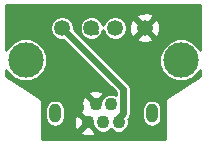
<source format=gbr>
G04 #@! TF.FileFunction,Copper,L1,Top,Signal*
%FSLAX46Y46*%
G04 Gerber Fmt 4.6, Leading zero omitted, Abs format (unit mm)*
G04 Created by KiCad (PCBNEW (2015-07-04 BZR 5884, Git c1bbf3e)-product) date 31/12/2015 2:34:29 PM*
%MOMM*%
G01*
G04 APERTURE LIST*
%ADD10C,0.100000*%
%ADD11C,1.350000*%
%ADD12C,3.000000*%
%ADD13O,1.000000X1.600000*%
%ADD14C,1.100000*%
%ADD15C,0.600000*%
%ADD16C,0.400000*%
%ADD17C,0.254000*%
G04 APERTURE END LIST*
D10*
D11*
X153500000Y-92780000D03*
X146500000Y-92780000D03*
X149000000Y-92780000D03*
D12*
X156570000Y-95490000D03*
D11*
X151000000Y-92780000D03*
D12*
X143430000Y-95490000D03*
D13*
X154100000Y-100000000D03*
D14*
X151300000Y-100775000D03*
X150000000Y-100775000D03*
X150650000Y-99225000D03*
X149350000Y-99225000D03*
X148700000Y-100775000D03*
D13*
X145900000Y-100000000D03*
D15*
X151300000Y-100775000D02*
X151300000Y-100421000D01*
X151300000Y-100421000D02*
X151700001Y-100020999D01*
X151700001Y-100020999D02*
X151700001Y-97980001D01*
X151700001Y-97980001D02*
X147174999Y-93454999D01*
X147174999Y-93454999D02*
X146500000Y-92780000D01*
D16*
X149350000Y-93130000D02*
X149000000Y-92780000D01*
D17*
G36*
X158193000Y-94633699D02*
X158119758Y-94456440D01*
X157606264Y-93942048D01*
X156935007Y-93663318D01*
X156208182Y-93662684D01*
X155536440Y-93940242D01*
X155022048Y-94453736D01*
X154743318Y-95124993D01*
X154742684Y-95851818D01*
X155020242Y-96523560D01*
X155533736Y-97037952D01*
X156204993Y-97316682D01*
X156931818Y-97317316D01*
X157603560Y-97039758D01*
X158117952Y-96526264D01*
X158193000Y-96345528D01*
X158193000Y-96835699D01*
X155329707Y-98744561D01*
X155308193Y-98766030D01*
X155282918Y-98782918D01*
X155266207Y-98807927D01*
X155244917Y-98829173D01*
X155233255Y-98857244D01*
X155216369Y-98882516D01*
X155210502Y-98912013D01*
X155198961Y-98939792D01*
X155198929Y-98970191D01*
X155193000Y-99000000D01*
X155193000Y-102193000D01*
X144807000Y-102193000D01*
X144807000Y-101601433D01*
X148053172Y-101601433D01*
X148096508Y-101821701D01*
X148543001Y-101972972D01*
X149013396Y-101941863D01*
X149303492Y-101821701D01*
X149346828Y-101601433D01*
X148700000Y-100954605D01*
X148053172Y-101601433D01*
X144807000Y-101601433D01*
X144807000Y-101378492D01*
X147653299Y-101378492D01*
X147873567Y-101421828D01*
X148520395Y-100775000D01*
X147873567Y-100128172D01*
X147653299Y-100171508D01*
X146727000Y-100171508D01*
X146727000Y-99677921D01*
X146664048Y-99361442D01*
X146484777Y-99093144D01*
X146216479Y-98913873D01*
X145900000Y-98850921D01*
X145583521Y-98913873D01*
X145315223Y-99093144D01*
X145135952Y-99361442D01*
X145073000Y-99677921D01*
X145073000Y-100322079D01*
X145135952Y-100638558D01*
X145315223Y-100906856D01*
X145583521Y-101086127D01*
X145900000Y-101149079D01*
X146216479Y-101086127D01*
X146484777Y-100906856D01*
X146664048Y-100638558D01*
X146727000Y-100322079D01*
X146727000Y-100171508D01*
X147653299Y-100171508D01*
X146727000Y-100171508D01*
X146727000Y-100171508D01*
X147653299Y-100171508D01*
X147502028Y-100618001D01*
X147533137Y-101088396D01*
X147653299Y-101378492D01*
X144807000Y-101378492D01*
X144807000Y-99000000D01*
X144801070Y-98970186D01*
X144801038Y-98939792D01*
X144789499Y-98912016D01*
X144783631Y-98882516D01*
X144766744Y-98857243D01*
X144755083Y-98829173D01*
X144733792Y-98807927D01*
X144717082Y-98782918D01*
X144691809Y-98766031D01*
X144670293Y-98744560D01*
X143640658Y-98058137D01*
X149036604Y-98058137D01*
X148746508Y-98178299D01*
X148703172Y-98398567D01*
X149350000Y-99045395D01*
X149996828Y-98398567D01*
X149953492Y-98178299D01*
X149506999Y-98027028D01*
X149036604Y-98058137D01*
X143640658Y-98058137D01*
X141807000Y-96835699D01*
X141807000Y-96346301D01*
X141880242Y-96523560D01*
X142393736Y-97037952D01*
X143064993Y-97316682D01*
X143791818Y-97317316D01*
X144463560Y-97039758D01*
X144977952Y-96526264D01*
X145256682Y-95855007D01*
X145257316Y-95128182D01*
X144979758Y-94456440D01*
X144466264Y-93942048D01*
X143795007Y-93663318D01*
X143068182Y-93662684D01*
X142396440Y-93940242D01*
X141882048Y-94453736D01*
X141807000Y-94634472D01*
X141807000Y-91930051D01*
X145933154Y-91930051D01*
X145651041Y-92211672D01*
X145498175Y-92579816D01*
X145497827Y-92978436D01*
X145650051Y-93346846D01*
X145931672Y-93628959D01*
X146299816Y-93781825D01*
X146615388Y-93782100D01*
X151073001Y-98239713D01*
X151073001Y-98451044D01*
X150825211Y-98348153D01*
X150476319Y-98347849D01*
X150153869Y-98481082D01*
X149906949Y-98727571D01*
X149821678Y-98932927D01*
X149529605Y-99225000D01*
X149543748Y-99239143D01*
X149364143Y-99418748D01*
X149350000Y-99404605D01*
X149335858Y-99418748D01*
X149156253Y-99239143D01*
X149170395Y-99225000D01*
X148523567Y-98578172D01*
X148303299Y-98621508D01*
X148152028Y-99068001D01*
X148183137Y-99538396D01*
X148237591Y-99669860D01*
X148096508Y-99728299D01*
X148053172Y-99948567D01*
X148700000Y-100595395D01*
X148714143Y-100581253D01*
X148893748Y-100760858D01*
X148879605Y-100775000D01*
X149171830Y-101067225D01*
X149256082Y-101271131D01*
X149502571Y-101518051D01*
X149824789Y-101651847D01*
X150173681Y-101652151D01*
X150496131Y-101518918D01*
X150650052Y-101365265D01*
X150802571Y-101518051D01*
X151124789Y-101651847D01*
X151473681Y-101652151D01*
X151796131Y-101518918D01*
X152043051Y-101272429D01*
X152176847Y-100950211D01*
X152177151Y-100601319D01*
X152127225Y-100480487D01*
X152143357Y-100464355D01*
X152279274Y-100260941D01*
X152327001Y-100020999D01*
X152327001Y-98913873D01*
X153783521Y-98913873D01*
X153515223Y-99093144D01*
X153335952Y-99361442D01*
X153273000Y-99677921D01*
X153273000Y-100322079D01*
X153335952Y-100638558D01*
X153515223Y-100906856D01*
X153783521Y-101086127D01*
X154100000Y-101149079D01*
X154416479Y-101086127D01*
X154684777Y-100906856D01*
X154864048Y-100638558D01*
X154927000Y-100322079D01*
X154927000Y-99677921D01*
X154864048Y-99361442D01*
X154684777Y-99093144D01*
X154416479Y-98913873D01*
X154100000Y-98850921D01*
X153783521Y-98913873D01*
X152327001Y-98913873D01*
X152327001Y-97980001D01*
X152279273Y-97740058D01*
X152143357Y-97536645D01*
X148537040Y-93930328D01*
X152821219Y-93930328D01*
X153313100Y-94102522D01*
X153833434Y-94073375D01*
X154178781Y-93930328D01*
X154237542Y-93697147D01*
X153500000Y-92959605D01*
X152762458Y-93697147D01*
X151404214Y-93697147D01*
X151566846Y-93629949D01*
X151848959Y-93348328D01*
X152001825Y-92980184D01*
X152002173Y-92581564D01*
X151849949Y-92213154D01*
X151738210Y-92101219D01*
X152349672Y-92101219D01*
X152177478Y-92593100D01*
X152206625Y-93113434D01*
X152349672Y-93458781D01*
X152582853Y-93517542D01*
X153320395Y-92780000D01*
X153679605Y-92780000D01*
X154417147Y-93517542D01*
X154650328Y-93458781D01*
X154822522Y-92966900D01*
X154793375Y-92446566D01*
X154650328Y-92101219D01*
X154417147Y-92042458D01*
X153679605Y-92780000D01*
X153320395Y-92780000D01*
X153320395Y-92780000D01*
X152582853Y-92042458D01*
X152349672Y-92101219D01*
X151738210Y-92101219D01*
X151568328Y-91931041D01*
X151200184Y-91778175D01*
X150801564Y-91777827D01*
X150433154Y-91930051D01*
X150151041Y-92211672D01*
X149999817Y-92575862D01*
X149849949Y-92213154D01*
X149568328Y-91931041D01*
X149200184Y-91778175D01*
X148801564Y-91777827D01*
X148433154Y-91930051D01*
X148151041Y-92211672D01*
X147998175Y-92579816D01*
X147997827Y-92978436D01*
X148150051Y-93346846D01*
X148431672Y-93628959D01*
X148799816Y-93781825D01*
X149198436Y-93782173D01*
X149566846Y-93629949D01*
X149637138Y-93559780D01*
X149722645Y-93502645D01*
X149779281Y-93417885D01*
X149848959Y-93348328D01*
X150000183Y-92984138D01*
X150150051Y-93346846D01*
X150431672Y-93628959D01*
X150799816Y-93781825D01*
X151198436Y-93782173D01*
X151404214Y-93697147D01*
X152762458Y-93697147D01*
X151404214Y-93697147D01*
X151404214Y-93697147D01*
X152762458Y-93697147D01*
X152821219Y-93930328D01*
X148537040Y-93930328D01*
X147501899Y-92895187D01*
X147502173Y-92581564D01*
X147349949Y-92213154D01*
X147068328Y-91931041D01*
X146700184Y-91778175D01*
X146301564Y-91777827D01*
X145933154Y-91930051D01*
X141807000Y-91930051D01*
X141807000Y-91486625D01*
X153166566Y-91486625D01*
X152821219Y-91629672D01*
X152762458Y-91862853D01*
X153500000Y-92600395D01*
X154237542Y-91862853D01*
X154178781Y-91629672D01*
X153686900Y-91457478D01*
X153166566Y-91486625D01*
X141807000Y-91486625D01*
X141807000Y-90807000D01*
X158193000Y-90807000D01*
X158193000Y-94633699D01*
X158193000Y-94633699D01*
G37*
X158193000Y-94633699D02*
X158119758Y-94456440D01*
X157606264Y-93942048D01*
X156935007Y-93663318D01*
X156208182Y-93662684D01*
X155536440Y-93940242D01*
X155022048Y-94453736D01*
X154743318Y-95124993D01*
X154742684Y-95851818D01*
X155020242Y-96523560D01*
X155533736Y-97037952D01*
X156204993Y-97316682D01*
X156931818Y-97317316D01*
X157603560Y-97039758D01*
X158117952Y-96526264D01*
X158193000Y-96345528D01*
X158193000Y-96835699D01*
X155329707Y-98744561D01*
X155308193Y-98766030D01*
X155282918Y-98782918D01*
X155266207Y-98807927D01*
X155244917Y-98829173D01*
X155233255Y-98857244D01*
X155216369Y-98882516D01*
X155210502Y-98912013D01*
X155198961Y-98939792D01*
X155198929Y-98970191D01*
X155193000Y-99000000D01*
X155193000Y-102193000D01*
X144807000Y-102193000D01*
X144807000Y-101601433D01*
X148053172Y-101601433D01*
X148096508Y-101821701D01*
X148543001Y-101972972D01*
X149013396Y-101941863D01*
X149303492Y-101821701D01*
X149346828Y-101601433D01*
X148700000Y-100954605D01*
X148053172Y-101601433D01*
X144807000Y-101601433D01*
X144807000Y-101378492D01*
X147653299Y-101378492D01*
X147873567Y-101421828D01*
X148520395Y-100775000D01*
X147873567Y-100128172D01*
X147653299Y-100171508D01*
X146727000Y-100171508D01*
X146727000Y-99677921D01*
X146664048Y-99361442D01*
X146484777Y-99093144D01*
X146216479Y-98913873D01*
X145900000Y-98850921D01*
X145583521Y-98913873D01*
X145315223Y-99093144D01*
X145135952Y-99361442D01*
X145073000Y-99677921D01*
X145073000Y-100322079D01*
X145135952Y-100638558D01*
X145315223Y-100906856D01*
X145583521Y-101086127D01*
X145900000Y-101149079D01*
X146216479Y-101086127D01*
X146484777Y-100906856D01*
X146664048Y-100638558D01*
X146727000Y-100322079D01*
X146727000Y-100171508D01*
X147653299Y-100171508D01*
X146727000Y-100171508D01*
X146727000Y-100171508D01*
X147653299Y-100171508D01*
X147502028Y-100618001D01*
X147533137Y-101088396D01*
X147653299Y-101378492D01*
X144807000Y-101378492D01*
X144807000Y-99000000D01*
X144801070Y-98970186D01*
X144801038Y-98939792D01*
X144789499Y-98912016D01*
X144783631Y-98882516D01*
X144766744Y-98857243D01*
X144755083Y-98829173D01*
X144733792Y-98807927D01*
X144717082Y-98782918D01*
X144691809Y-98766031D01*
X144670293Y-98744560D01*
X143640658Y-98058137D01*
X149036604Y-98058137D01*
X148746508Y-98178299D01*
X148703172Y-98398567D01*
X149350000Y-99045395D01*
X149996828Y-98398567D01*
X149953492Y-98178299D01*
X149506999Y-98027028D01*
X149036604Y-98058137D01*
X143640658Y-98058137D01*
X141807000Y-96835699D01*
X141807000Y-96346301D01*
X141880242Y-96523560D01*
X142393736Y-97037952D01*
X143064993Y-97316682D01*
X143791818Y-97317316D01*
X144463560Y-97039758D01*
X144977952Y-96526264D01*
X145256682Y-95855007D01*
X145257316Y-95128182D01*
X144979758Y-94456440D01*
X144466264Y-93942048D01*
X143795007Y-93663318D01*
X143068182Y-93662684D01*
X142396440Y-93940242D01*
X141882048Y-94453736D01*
X141807000Y-94634472D01*
X141807000Y-91930051D01*
X145933154Y-91930051D01*
X145651041Y-92211672D01*
X145498175Y-92579816D01*
X145497827Y-92978436D01*
X145650051Y-93346846D01*
X145931672Y-93628959D01*
X146299816Y-93781825D01*
X146615388Y-93782100D01*
X151073001Y-98239713D01*
X151073001Y-98451044D01*
X150825211Y-98348153D01*
X150476319Y-98347849D01*
X150153869Y-98481082D01*
X149906949Y-98727571D01*
X149821678Y-98932927D01*
X149529605Y-99225000D01*
X149543748Y-99239143D01*
X149364143Y-99418748D01*
X149350000Y-99404605D01*
X149335858Y-99418748D01*
X149156253Y-99239143D01*
X149170395Y-99225000D01*
X148523567Y-98578172D01*
X148303299Y-98621508D01*
X148152028Y-99068001D01*
X148183137Y-99538396D01*
X148237591Y-99669860D01*
X148096508Y-99728299D01*
X148053172Y-99948567D01*
X148700000Y-100595395D01*
X148714143Y-100581253D01*
X148893748Y-100760858D01*
X148879605Y-100775000D01*
X149171830Y-101067225D01*
X149256082Y-101271131D01*
X149502571Y-101518051D01*
X149824789Y-101651847D01*
X150173681Y-101652151D01*
X150496131Y-101518918D01*
X150650052Y-101365265D01*
X150802571Y-101518051D01*
X151124789Y-101651847D01*
X151473681Y-101652151D01*
X151796131Y-101518918D01*
X152043051Y-101272429D01*
X152176847Y-100950211D01*
X152177151Y-100601319D01*
X152127225Y-100480487D01*
X152143357Y-100464355D01*
X152279274Y-100260941D01*
X152327001Y-100020999D01*
X152327001Y-98913873D01*
X153783521Y-98913873D01*
X153515223Y-99093144D01*
X153335952Y-99361442D01*
X153273000Y-99677921D01*
X153273000Y-100322079D01*
X153335952Y-100638558D01*
X153515223Y-100906856D01*
X153783521Y-101086127D01*
X154100000Y-101149079D01*
X154416479Y-101086127D01*
X154684777Y-100906856D01*
X154864048Y-100638558D01*
X154927000Y-100322079D01*
X154927000Y-99677921D01*
X154864048Y-99361442D01*
X154684777Y-99093144D01*
X154416479Y-98913873D01*
X154100000Y-98850921D01*
X153783521Y-98913873D01*
X152327001Y-98913873D01*
X152327001Y-97980001D01*
X152279273Y-97740058D01*
X152143357Y-97536645D01*
X148537040Y-93930328D01*
X152821219Y-93930328D01*
X153313100Y-94102522D01*
X153833434Y-94073375D01*
X154178781Y-93930328D01*
X154237542Y-93697147D01*
X153500000Y-92959605D01*
X152762458Y-93697147D01*
X151404214Y-93697147D01*
X151566846Y-93629949D01*
X151848959Y-93348328D01*
X152001825Y-92980184D01*
X152002173Y-92581564D01*
X151849949Y-92213154D01*
X151738210Y-92101219D01*
X152349672Y-92101219D01*
X152177478Y-92593100D01*
X152206625Y-93113434D01*
X152349672Y-93458781D01*
X152582853Y-93517542D01*
X153320395Y-92780000D01*
X153679605Y-92780000D01*
X154417147Y-93517542D01*
X154650328Y-93458781D01*
X154822522Y-92966900D01*
X154793375Y-92446566D01*
X154650328Y-92101219D01*
X154417147Y-92042458D01*
X153679605Y-92780000D01*
X153320395Y-92780000D01*
X153320395Y-92780000D01*
X152582853Y-92042458D01*
X152349672Y-92101219D01*
X151738210Y-92101219D01*
X151568328Y-91931041D01*
X151200184Y-91778175D01*
X150801564Y-91777827D01*
X150433154Y-91930051D01*
X150151041Y-92211672D01*
X149999817Y-92575862D01*
X149849949Y-92213154D01*
X149568328Y-91931041D01*
X149200184Y-91778175D01*
X148801564Y-91777827D01*
X148433154Y-91930051D01*
X148151041Y-92211672D01*
X147998175Y-92579816D01*
X147997827Y-92978436D01*
X148150051Y-93346846D01*
X148431672Y-93628959D01*
X148799816Y-93781825D01*
X149198436Y-93782173D01*
X149566846Y-93629949D01*
X149637138Y-93559780D01*
X149722645Y-93502645D01*
X149779281Y-93417885D01*
X149848959Y-93348328D01*
X150000183Y-92984138D01*
X150150051Y-93346846D01*
X150431672Y-93628959D01*
X150799816Y-93781825D01*
X151198436Y-93782173D01*
X151404214Y-93697147D01*
X152762458Y-93697147D01*
X151404214Y-93697147D01*
X151404214Y-93697147D01*
X152762458Y-93697147D01*
X152821219Y-93930328D01*
X148537040Y-93930328D01*
X147501899Y-92895187D01*
X147502173Y-92581564D01*
X147349949Y-92213154D01*
X147068328Y-91931041D01*
X146700184Y-91778175D01*
X146301564Y-91777827D01*
X145933154Y-91930051D01*
X141807000Y-91930051D01*
X141807000Y-91486625D01*
X153166566Y-91486625D01*
X152821219Y-91629672D01*
X152762458Y-91862853D01*
X153500000Y-92600395D01*
X154237542Y-91862853D01*
X154178781Y-91629672D01*
X153686900Y-91457478D01*
X153166566Y-91486625D01*
X141807000Y-91486625D01*
X141807000Y-90807000D01*
X158193000Y-90807000D01*
X158193000Y-94633699D01*
M02*

</source>
